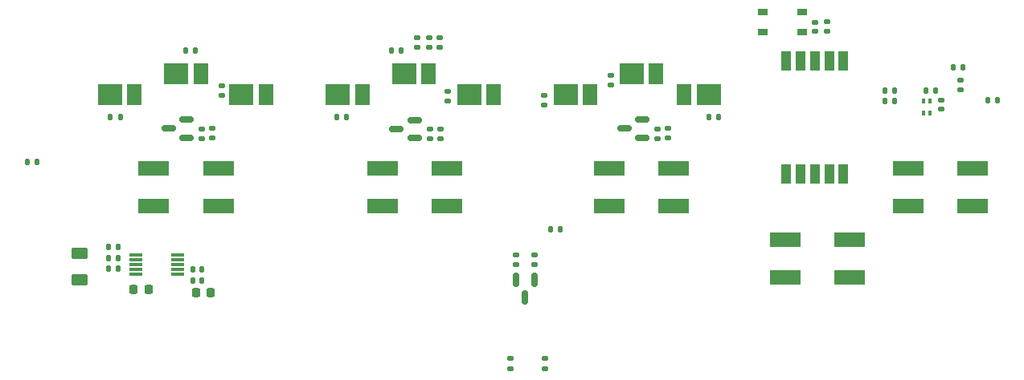
<source format=gbr>
G04 #@! TF.GenerationSoftware,KiCad,Pcbnew,7.0.2*
G04 #@! TF.CreationDate,2023-12-04T22:33:01+03:00*
G04 #@! TF.ProjectId,ALERT_RIDER_HARDWARE,414c4552-545f-4524-9944-45525f484152,rev?*
G04 #@! TF.SameCoordinates,Original*
G04 #@! TF.FileFunction,Paste,Top*
G04 #@! TF.FilePolarity,Positive*
%FSLAX46Y46*%
G04 Gerber Fmt 4.6, Leading zero omitted, Abs format (unit mm)*
G04 Created by KiCad (PCBNEW 7.0.2) date 2023-12-04 22:33:01*
%MOMM*%
%LPD*%
G01*
G04 APERTURE LIST*
G04 Aperture macros list*
%AMRoundRect*
0 Rectangle with rounded corners*
0 $1 Rounding radius*
0 $2 $3 $4 $5 $6 $7 $8 $9 X,Y pos of 4 corners*
0 Add a 4 corners polygon primitive as box body*
4,1,4,$2,$3,$4,$5,$6,$7,$8,$9,$2,$3,0*
0 Add four circle primitives for the rounded corners*
1,1,$1+$1,$2,$3*
1,1,$1+$1,$4,$5*
1,1,$1+$1,$6,$7*
1,1,$1+$1,$8,$9*
0 Add four rect primitives between the rounded corners*
20,1,$1+$1,$2,$3,$4,$5,0*
20,1,$1+$1,$4,$5,$6,$7,0*
20,1,$1+$1,$6,$7,$8,$9,0*
20,1,$1+$1,$8,$9,$2,$3,0*%
G04 Aperture macros list end*
%ADD10RoundRect,0.147500X-0.147500X-0.172500X0.147500X-0.172500X0.147500X0.172500X-0.147500X0.172500X0*%
%ADD11RoundRect,0.147500X0.172500X-0.147500X0.172500X0.147500X-0.172500X0.147500X-0.172500X-0.147500X0*%
%ADD12R,0.400000X0.500000*%
%ADD13RoundRect,0.135000X0.135000X0.185000X-0.135000X0.185000X-0.135000X-0.185000X0.135000X-0.185000X0*%
%ADD14RoundRect,0.135000X-0.185000X0.135000X-0.185000X-0.135000X0.185000X-0.135000X0.185000X0.135000X0*%
%ADD15RoundRect,0.135000X-0.135000X-0.185000X0.135000X-0.185000X0.135000X0.185000X-0.135000X0.185000X0*%
%ADD16RoundRect,0.225000X-0.225000X-0.250000X0.225000X-0.250000X0.225000X0.250000X-0.225000X0.250000X0*%
%ADD17RoundRect,0.140000X0.170000X-0.140000X0.170000X0.140000X-0.170000X0.140000X-0.170000X-0.140000X0*%
%ADD18RoundRect,0.135000X0.185000X-0.135000X0.185000X0.135000X-0.185000X0.135000X-0.185000X-0.135000X0*%
%ADD19R,3.200000X1.500000*%
%ADD20RoundRect,0.150000X0.587500X0.150000X-0.587500X0.150000X-0.587500X-0.150000X0.587500X-0.150000X0*%
%ADD21RoundRect,0.150000X-0.150000X0.587500X-0.150000X-0.587500X0.150000X-0.587500X0.150000X0.587500X0*%
%ADD22R,2.500000X2.200000*%
%ADD23R,1.550000X2.200000*%
%ADD24R,1.100000X2.000000*%
%ADD25RoundRect,0.250000X-0.625000X0.375000X-0.625000X-0.375000X0.625000X-0.375000X0.625000X0.375000X0*%
%ADD26RoundRect,0.140000X-0.140000X-0.170000X0.140000X-0.170000X0.140000X0.170000X-0.140000X0.170000X0*%
%ADD27R,1.450000X0.300000*%
%ADD28R,1.050000X0.650000*%
G04 APERTURE END LIST*
D10*
X150215000Y-57200000D03*
X151185000Y-57200000D03*
D11*
X151800000Y-59185000D03*
X151800000Y-58215000D03*
D12*
X149900000Y-59600000D03*
X150600000Y-59600000D03*
X150600000Y-58300000D03*
X149900000Y-58300000D03*
D13*
X154110000Y-54800000D03*
X153090000Y-54800000D03*
D14*
X99800000Y-57290000D03*
X99800000Y-58310000D03*
D13*
X94910000Y-53000000D03*
X93890000Y-53000000D03*
X128310000Y-60000000D03*
X127290000Y-60000000D03*
D14*
X117000000Y-55580000D03*
X117000000Y-56600000D03*
X76000000Y-56690000D03*
X76000000Y-57710000D03*
D15*
X72180000Y-53000000D03*
X73200000Y-53000000D03*
X145890000Y-57200000D03*
X146910000Y-57200000D03*
D13*
X157710000Y-58200000D03*
X156690000Y-58200000D03*
D15*
X145890000Y-58300000D03*
X146910000Y-58300000D03*
D13*
X111630000Y-71890000D03*
X110610000Y-71890000D03*
D16*
X73275000Y-78600000D03*
X74825000Y-78600000D03*
D17*
X138500000Y-50945000D03*
X138500000Y-49985000D03*
D14*
X106450000Y-85540000D03*
X106450000Y-86560000D03*
D18*
X153800000Y-57110000D03*
X153800000Y-56090000D03*
D19*
X68840000Y-65420000D03*
X75640000Y-65420000D03*
X68840000Y-69420000D03*
X75640000Y-69420000D03*
D15*
X88090000Y-60000000D03*
X89110000Y-60000000D03*
D14*
X110000000Y-57690000D03*
X110000000Y-58710000D03*
D20*
X120307500Y-62190000D03*
X120307500Y-60290000D03*
X118432500Y-61240000D03*
D16*
X66725000Y-78250000D03*
X68275000Y-78250000D03*
D17*
X96629000Y-52610000D03*
X96629000Y-51650000D03*
D13*
X56510000Y-64800000D03*
X55490000Y-64800000D03*
D19*
X148320000Y-65450000D03*
X155120000Y-65450000D03*
X148320000Y-69450000D03*
X155120000Y-69450000D03*
D15*
X64290000Y-60000000D03*
X65310000Y-60000000D03*
D14*
X99040000Y-61250000D03*
X99040000Y-62270000D03*
D17*
X98929000Y-52610000D03*
X98929000Y-51650000D03*
D13*
X65100000Y-73750000D03*
X64080000Y-73750000D03*
D14*
X123040000Y-61220000D03*
X123040000Y-62240000D03*
D21*
X108920000Y-77232500D03*
X107020000Y-77232500D03*
X107970000Y-79107500D03*
D22*
X95200000Y-55470000D03*
D23*
X97775000Y-55470000D03*
D20*
X96307500Y-62220000D03*
X96307500Y-60320000D03*
X94432500Y-61270000D03*
D22*
X78070000Y-57620000D03*
D23*
X80645000Y-57620000D03*
D22*
X71200000Y-55440000D03*
D23*
X73775000Y-55440000D03*
D19*
X135340000Y-72950000D03*
X142140000Y-72950000D03*
X135340000Y-76950000D03*
X142140000Y-76950000D03*
D20*
X72307500Y-62190000D03*
X72307500Y-60290000D03*
X70432500Y-61240000D03*
D22*
X127300000Y-57650000D03*
D23*
X124725000Y-57650000D03*
D22*
X88250000Y-57650000D03*
D23*
X90825000Y-57650000D03*
D13*
X65100000Y-74900000D03*
X64080000Y-74900000D03*
D22*
X119200000Y-55440000D03*
D23*
X121775000Y-55440000D03*
D14*
X139750000Y-49955000D03*
X139750000Y-50975000D03*
D24*
X141485000Y-54052500D03*
X139985000Y-54052500D03*
X138485000Y-54052500D03*
X136985000Y-54052500D03*
X135485000Y-54052500D03*
X135485000Y-66052500D03*
X136985000Y-66052500D03*
X138485000Y-66052500D03*
X139985000Y-66052500D03*
X141485000Y-66052500D03*
D14*
X121930000Y-61260000D03*
X121930000Y-62280000D03*
D25*
X61000000Y-74400000D03*
X61000000Y-77200000D03*
D14*
X75040000Y-61220000D03*
X75040000Y-62240000D03*
D26*
X72970000Y-76100000D03*
X73930000Y-76100000D03*
X72970000Y-77250000D03*
X73930000Y-77250000D03*
D14*
X110050000Y-85540000D03*
X110050000Y-86560000D03*
D19*
X116830000Y-65450000D03*
X123630000Y-65450000D03*
X116830000Y-69450000D03*
X123630000Y-69450000D03*
D17*
X97829000Y-52610000D03*
X97829000Y-51650000D03*
D14*
X73930000Y-61260000D03*
X73930000Y-62280000D03*
D18*
X108930000Y-75590000D03*
X108930000Y-74570000D03*
D13*
X65100000Y-76000000D03*
X64080000Y-76000000D03*
D22*
X64250000Y-57620000D03*
D23*
X66825000Y-57620000D03*
D22*
X112250000Y-57620000D03*
D23*
X114825000Y-57620000D03*
D18*
X107020000Y-75590000D03*
X107020000Y-74570000D03*
D22*
X102070000Y-57650000D03*
D23*
X104645000Y-57650000D03*
D27*
X71400000Y-76600000D03*
X71400000Y-76100000D03*
X71400000Y-75600000D03*
X71400000Y-75100000D03*
X71400000Y-74600000D03*
X67000000Y-74600000D03*
X67000000Y-75100000D03*
X67000000Y-75600000D03*
X67000000Y-76100000D03*
X67000000Y-76600000D03*
D28*
X133025000Y-48900000D03*
X137175000Y-48900000D03*
X133025000Y-51050000D03*
X137175000Y-51050000D03*
D19*
X92920000Y-65440000D03*
X99720000Y-65440000D03*
X92920000Y-69440000D03*
X99720000Y-69440000D03*
D14*
X97930000Y-61290000D03*
X97930000Y-62310000D03*
M02*

</source>
